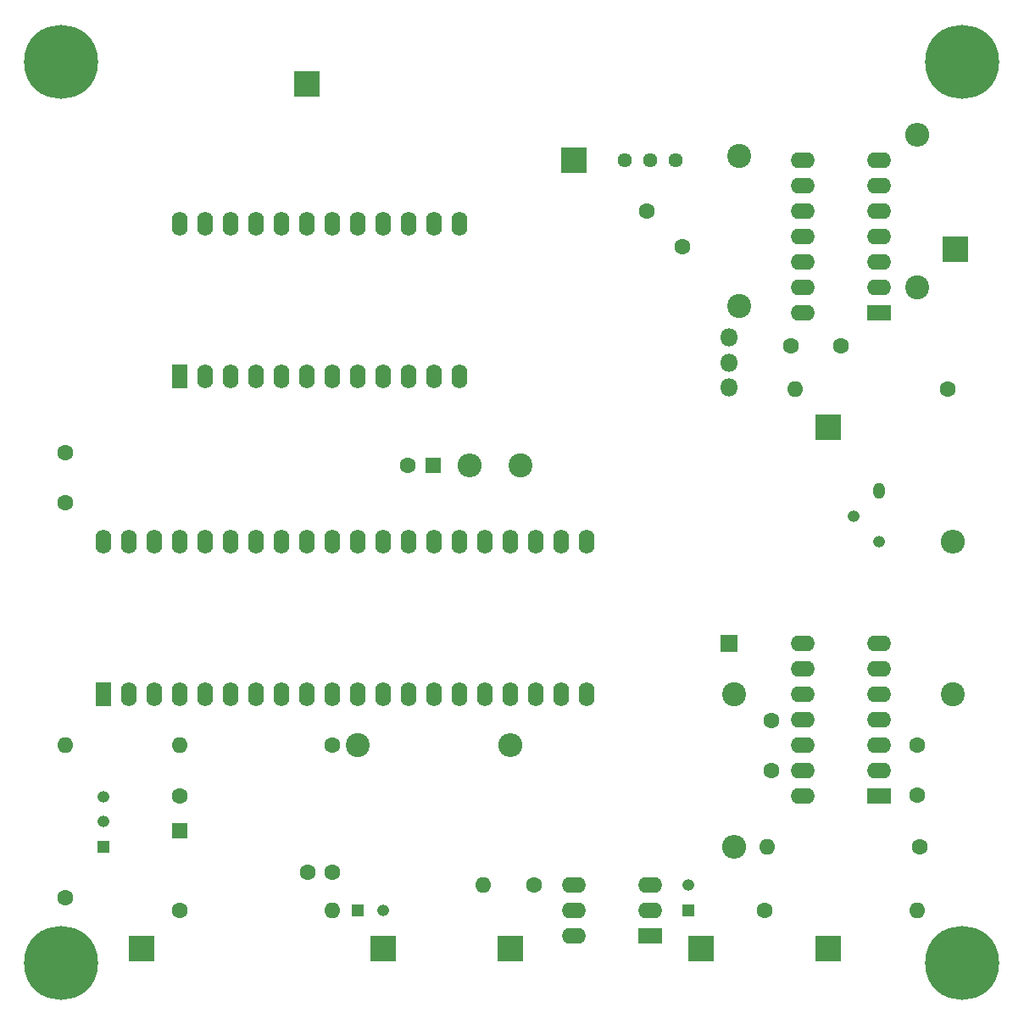
<source format=gbr>
%TF.GenerationSoftware,KiCad,Pcbnew,(6.0.9)*%
%TF.CreationDate,2022-11-15T22:09:50+01:00*%
%TF.ProjectId,Melodieklingel_FA86,4d656c6f-6469-4656-9b6c-696e67656c5f,1*%
%TF.SameCoordinates,Original*%
%TF.FileFunction,Soldermask,Bot*%
%TF.FilePolarity,Negative*%
%FSLAX46Y46*%
G04 Gerber Fmt 4.6, Leading zero omitted, Abs format (unit mm)*
G04 Created by KiCad (PCBNEW (6.0.9)) date 2022-11-15 22:09:50*
%MOMM*%
%LPD*%
G01*
G04 APERTURE LIST*
G04 Aperture macros list*
%AMHorizOval*
0 Thick line with rounded ends*
0 $1 width*
0 $2 $3 position (X,Y) of the first rounded end (center of the circle)*
0 $4 $5 position (X,Y) of the second rounded end (center of the circle)*
0 Add line between two ends*
20,1,$1,$2,$3,$4,$5,0*
0 Add two circle primitives to create the rounded ends*
1,1,$1,$2,$3*
1,1,$1,$4,$5*%
G04 Aperture macros list end*
%ADD10R,2.400000X1.600000*%
%ADD11O,2.400000X1.600000*%
%ADD12R,1.600000X2.400000*%
%ADD13O,1.600000X2.400000*%
%ADD14C,1.600000*%
%ADD15O,1.600000X1.600000*%
%ADD16HorizOval,1.600000X0.000000X0.000000X0.000000X0.000000X0*%
%ADD17C,2.400000*%
%ADD18R,1.600000X1.600000*%
%ADD19O,1.800000X1.800000*%
%ADD20R,1.800000X1.800000*%
%ADD21R,1.200000X1.200000*%
%ADD22O,1.200000X1.200000*%
%ADD23O,2.400000X2.400000*%
%ADD24C,0.800000*%
%ADD25C,7.400000*%
%ADD26R,2.500000X2.500000*%
%ADD27C,1.440000*%
%ADD28O,1.200000X1.600000*%
G04 APERTURE END LIST*
D10*
%TO.C,D100*%
X163830000Y-147305000D03*
D11*
X163830000Y-144765000D03*
X163830000Y-142225000D03*
X156210000Y-142225000D03*
X156210000Y-144765000D03*
X156210000Y-147305000D03*
%TD*%
D10*
%TO.C,D4*%
X186680000Y-133355000D03*
D11*
X186680000Y-130815000D03*
X186680000Y-128275000D03*
X186680000Y-125735000D03*
X186680000Y-123195000D03*
X186680000Y-120655000D03*
X186680000Y-118115000D03*
X179060000Y-118115000D03*
X179060000Y-120655000D03*
X179060000Y-123195000D03*
X179060000Y-125735000D03*
X179060000Y-128275000D03*
X179060000Y-130815000D03*
X179060000Y-133355000D03*
%TD*%
D12*
%TO.C,D3*%
X116835000Y-91445000D03*
D13*
X119375000Y-91445000D03*
X121915000Y-91445000D03*
X124455000Y-91445000D03*
X126995000Y-91445000D03*
X129535000Y-91445000D03*
X132075000Y-91445000D03*
X134615000Y-91445000D03*
X137155000Y-91445000D03*
X139695000Y-91445000D03*
X142235000Y-91445000D03*
X144775000Y-91445000D03*
X144775000Y-76205000D03*
X142235000Y-76205000D03*
X139695000Y-76205000D03*
X137155000Y-76205000D03*
X134615000Y-76205000D03*
X132075000Y-76205000D03*
X129535000Y-76205000D03*
X126995000Y-76205000D03*
X124455000Y-76205000D03*
X121915000Y-76205000D03*
X119375000Y-76205000D03*
X116835000Y-76205000D03*
%TD*%
D12*
%TO.C,D2*%
X109220000Y-123190000D03*
D13*
X111760000Y-123190000D03*
X114300000Y-123190000D03*
X116840000Y-123190000D03*
X119380000Y-123190000D03*
X121920000Y-123190000D03*
X124460000Y-123190000D03*
X127000000Y-123190000D03*
X129540000Y-123190000D03*
X132080000Y-123190000D03*
X134620000Y-123190000D03*
X137160000Y-123190000D03*
X139700000Y-123190000D03*
X142240000Y-123190000D03*
X144780000Y-123190000D03*
X147320000Y-123190000D03*
X149860000Y-123190000D03*
X152400000Y-123190000D03*
X154940000Y-123190000D03*
X157480000Y-123190000D03*
X157480000Y-107950000D03*
X154940000Y-107950000D03*
X152400000Y-107950000D03*
X149860000Y-107950000D03*
X147320000Y-107950000D03*
X144780000Y-107950000D03*
X142240000Y-107950000D03*
X139700000Y-107950000D03*
X137160000Y-107950000D03*
X134620000Y-107950000D03*
X132080000Y-107950000D03*
X129540000Y-107950000D03*
X127000000Y-107950000D03*
X124460000Y-107950000D03*
X121920000Y-107950000D03*
X119380000Y-107950000D03*
X116840000Y-107950000D03*
X114300000Y-107950000D03*
X111760000Y-107950000D03*
X109220000Y-107950000D03*
%TD*%
D10*
%TO.C,D1*%
X186690000Y-85090000D03*
D11*
X186690000Y-82550000D03*
X186690000Y-80010000D03*
X186690000Y-77470000D03*
X186690000Y-74930000D03*
X186690000Y-72390000D03*
X186690000Y-69850000D03*
X179070000Y-69850000D03*
X179070000Y-72390000D03*
X179070000Y-74930000D03*
X179070000Y-77470000D03*
X179070000Y-80010000D03*
X179070000Y-82550000D03*
X179070000Y-85090000D03*
%TD*%
D14*
%TO.C,R101*%
X152175000Y-142240000D03*
D15*
X147095000Y-142240000D03*
%TD*%
D14*
%TO.C,R2*%
X163463048Y-74930000D03*
D16*
X167055150Y-78522102D03*
%TD*%
D14*
%TO.C,C100*%
X105410000Y-99060000D03*
X105410000Y-104060000D03*
%TD*%
%TO.C,R3*%
X132080000Y-128270000D03*
D15*
X116840000Y-128270000D03*
%TD*%
D17*
%TO.C,C1*%
X172720000Y-84462000D03*
X172720000Y-69462000D03*
%TD*%
D18*
%TO.C,C2*%
X142102651Y-100330000D03*
D14*
X139602651Y-100330000D03*
%TD*%
D18*
%TO.C,C4*%
X116840000Y-136850000D03*
D14*
X116840000Y-133350000D03*
%TD*%
D19*
%TO.C,C6*%
X171704000Y-87586500D03*
X171704000Y-92586500D03*
X171704000Y-90086500D03*
D20*
X171704000Y-118086500D03*
%TD*%
D14*
%TO.C,C3*%
X132080000Y-140970000D03*
X129580000Y-140970000D03*
%TD*%
%TO.C,C11*%
X175895000Y-125810000D03*
X175895000Y-130810000D03*
%TD*%
%TO.C,C10*%
X177840000Y-88392000D03*
X182840000Y-88392000D03*
%TD*%
%TO.C,C5*%
X190500000Y-128310000D03*
X190500000Y-133310000D03*
%TD*%
D21*
%TO.C,VT1*%
X109220000Y-138410000D03*
D22*
X109220000Y-135910000D03*
X109220000Y-133410000D03*
%TD*%
D21*
%TO.C,VD1*%
X134620000Y-144780000D03*
D22*
X137120000Y-144780000D03*
%TD*%
D21*
%TO.C,VD100*%
X167640000Y-144780000D03*
D22*
X167640000Y-142280000D03*
%TD*%
D14*
%TO.C,R100*%
X175260000Y-144780000D03*
D15*
X190500000Y-144780000D03*
%TD*%
D17*
%TO.C,R12*%
X134620000Y-128270000D03*
D23*
X149860000Y-128270000D03*
%TD*%
D14*
%TO.C,R11*%
X193548000Y-92710000D03*
D15*
X178308000Y-92710000D03*
%TD*%
D17*
%TO.C,R10*%
X194056000Y-123190000D03*
D23*
X194056000Y-107950000D03*
%TD*%
D17*
%TO.C,R8*%
X172212000Y-123190000D03*
D23*
X172212000Y-138430000D03*
%TD*%
D17*
%TO.C,R7*%
X190500000Y-82550000D03*
D23*
X190500000Y-67310000D03*
%TD*%
D14*
%TO.C,R9*%
X190754000Y-138430000D03*
D15*
X175514000Y-138430000D03*
%TD*%
D14*
%TO.C,R6*%
X105410000Y-143510000D03*
D15*
X105410000Y-128270000D03*
%TD*%
D14*
%TO.C,R5*%
X116840000Y-144780000D03*
D15*
X132080000Y-144780000D03*
%TD*%
D17*
%TO.C,R4*%
X150830000Y-100330000D03*
D23*
X145750000Y-100330000D03*
%TD*%
D24*
%TO.C,H4*%
X195000000Y-147225000D03*
X193037779Y-148037779D03*
X197775000Y-150000000D03*
X192225000Y-150000000D03*
D25*
X195000000Y-150000000D03*
D24*
X196962221Y-148037779D03*
X193037779Y-151962221D03*
X195000000Y-152775000D03*
X196962221Y-151962221D03*
%TD*%
D26*
%TO.C,TP101*%
X168910000Y-148590000D03*
%TD*%
D24*
%TO.C,H1*%
X103037779Y-61962221D03*
X102225000Y-60000000D03*
X106962221Y-61962221D03*
X105000000Y-57225000D03*
D25*
X105000000Y-60000000D03*
D24*
X103037779Y-58037779D03*
X106962221Y-58037779D03*
X107775000Y-60000000D03*
X105000000Y-62775000D03*
%TD*%
D27*
%TO.C,R1*%
X166370000Y-69850000D03*
X163830000Y-69850000D03*
X161290000Y-69850000D03*
%TD*%
D26*
%TO.C,TP0*%
X156210000Y-69850000D03*
%TD*%
%TO.C,TP3*%
X194310000Y-78740000D03*
%TD*%
%TO.C,TP5*%
X129540000Y-62230000D03*
%TD*%
%TO.C,TP100*%
X181610000Y-148590000D03*
%TD*%
%TO.C,TP102*%
X149860000Y-148590000D03*
%TD*%
%TO.C,TP4*%
X181610000Y-96520000D03*
%TD*%
D28*
%TO.C,VT2*%
X186690000Y-102870000D03*
D22*
X184150000Y-105410000D03*
X186690000Y-107950000D03*
%TD*%
D24*
%TO.C,H2*%
X193037779Y-58037779D03*
X195000000Y-57225000D03*
X192225000Y-60000000D03*
X197775000Y-60000000D03*
X195000000Y-62775000D03*
X196962221Y-58037779D03*
D25*
X195000000Y-60000000D03*
D24*
X196962221Y-61962221D03*
X193037779Y-61962221D03*
%TD*%
D26*
%TO.C,TP2*%
X113030000Y-148590000D03*
%TD*%
D25*
%TO.C,H3*%
X105000000Y-150000000D03*
D24*
X105000000Y-147225000D03*
X107775000Y-150000000D03*
X102225000Y-150000000D03*
X103037779Y-148037779D03*
X105000000Y-152775000D03*
X106962221Y-148037779D03*
X103037779Y-151962221D03*
X106962221Y-151962221D03*
%TD*%
D26*
%TO.C,TP1*%
X137160000Y-148590000D03*
%TD*%
M02*

</source>
